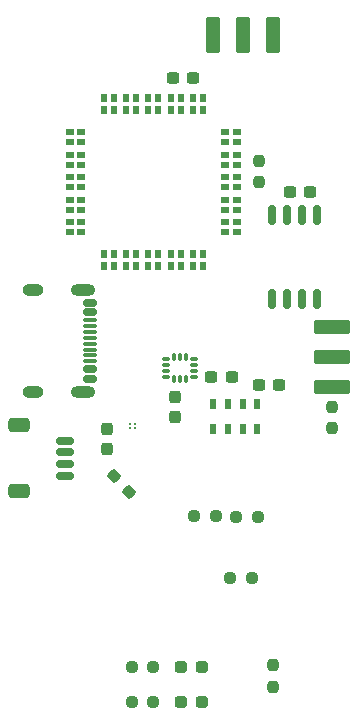
<source format=gbr>
%TF.GenerationSoftware,KiCad,Pcbnew,9.0.4*%
%TF.CreationDate,2025-09-04T21:18:34-05:00*%
%TF.ProjectId,Flight Computer,466c6967-6874-4204-936f-6d7075746572,rev?*%
%TF.SameCoordinates,Original*%
%TF.FileFunction,Paste,Top*%
%TF.FilePolarity,Positive*%
%FSLAX46Y46*%
G04 Gerber Fmt 4.6, Leading zero omitted, Abs format (unit mm)*
G04 Created by KiCad (PCBNEW 9.0.4) date 2025-09-04 21:18:34*
%MOMM*%
%LPD*%
G01*
G04 APERTURE LIST*
G04 Aperture macros list*
%AMRoundRect*
0 Rectangle with rounded corners*
0 $1 Rounding radius*
0 $2 $3 $4 $5 $6 $7 $8 $9 X,Y pos of 4 corners*
0 Add a 4 corners polygon primitive as box body*
4,1,4,$2,$3,$4,$5,$6,$7,$8,$9,$2,$3,0*
0 Add four circle primitives for the rounded corners*
1,1,$1+$1,$2,$3*
1,1,$1+$1,$4,$5*
1,1,$1+$1,$6,$7*
1,1,$1+$1,$8,$9*
0 Add four rect primitives between the rounded corners*
20,1,$1+$1,$2,$3,$4,$5,0*
20,1,$1+$1,$4,$5,$6,$7,0*
20,1,$1+$1,$6,$7,$8,$9,0*
20,1,$1+$1,$8,$9,$2,$3,0*%
G04 Aperture macros list end*
%ADD10RoundRect,0.237500X-0.250000X-0.237500X0.250000X-0.237500X0.250000X0.237500X-0.250000X0.237500X0*%
%ADD11RoundRect,0.237500X0.237500X-0.250000X0.237500X0.250000X-0.237500X0.250000X-0.237500X-0.250000X0*%
%ADD12RoundRect,0.237500X-0.287500X-0.237500X0.287500X-0.237500X0.287500X0.237500X-0.287500X0.237500X0*%
%ADD13RoundRect,0.237500X-0.237500X0.300000X-0.237500X-0.300000X0.237500X-0.300000X0.237500X0.300000X0*%
%ADD14RoundRect,0.237500X-0.237500X0.250000X-0.237500X-0.250000X0.237500X-0.250000X0.237500X0.250000X0*%
%ADD15RoundRect,0.237500X-0.300000X-0.237500X0.300000X-0.237500X0.300000X0.237500X-0.300000X0.237500X0*%
%ADD16C,0.250000*%
%ADD17R,0.580000X0.720000*%
%ADD18R,0.720000X0.580000*%
%ADD19RoundRect,0.150000X-0.625000X0.150000X-0.625000X-0.150000X0.625000X-0.150000X0.625000X0.150000X0*%
%ADD20RoundRect,0.250000X-0.650000X0.350000X-0.650000X-0.350000X0.650000X-0.350000X0.650000X0.350000X0*%
%ADD21RoundRect,0.150000X-0.425000X0.150000X-0.425000X-0.150000X0.425000X-0.150000X0.425000X0.150000X0*%
%ADD22RoundRect,0.075000X-0.500000X0.075000X-0.500000X-0.075000X0.500000X-0.075000X0.500000X0.075000X0*%
%ADD23O,2.100000X1.000000*%
%ADD24O,1.800000X1.000000*%
%ADD25RoundRect,0.162500X0.162500X-0.650000X0.162500X0.650000X-0.162500X0.650000X-0.162500X-0.650000X0*%
%ADD26RoundRect,0.087500X-0.225000X-0.087500X0.225000X-0.087500X0.225000X0.087500X-0.225000X0.087500X0*%
%ADD27RoundRect,0.087500X-0.087500X-0.225000X0.087500X-0.225000X0.087500X0.225000X-0.087500X0.225000X0*%
%ADD28RoundRect,0.237500X0.344715X-0.008839X-0.008839X0.344715X-0.344715X0.008839X0.008839X-0.344715X0*%
%ADD29RoundRect,0.187500X-0.437500X-1.312500X0.437500X-1.312500X0.437500X1.312500X-0.437500X1.312500X0*%
%ADD30R,0.550000X0.950000*%
%ADD31RoundRect,0.237500X0.250000X0.237500X-0.250000X0.237500X-0.250000X-0.237500X0.250000X-0.237500X0*%
%ADD32RoundRect,0.187500X1.312500X-0.437500X1.312500X0.437500X-1.312500X0.437500X-1.312500X-0.437500X0*%
G04 APERTURE END LIST*
D10*
%TO.C,R711*%
X113887500Y-95090000D03*
X115712500Y-95090000D03*
%TD*%
D11*
%TO.C,R301*%
X125550000Y-87635000D03*
X125550000Y-85810000D03*
%TD*%
D12*
%TO.C,D201*%
X112767500Y-110810000D03*
X114517500Y-110810000D03*
%TD*%
D13*
%TO.C,C402*%
X112220000Y-84957499D03*
X112220000Y-86682501D03*
%TD*%
D14*
%TO.C,R706*%
X120560000Y-107700000D03*
X120560000Y-109525000D03*
%TD*%
D15*
%TO.C,C301*%
X121957500Y-67640000D03*
X123682500Y-67640000D03*
%TD*%
D16*
%TO.C,U401*%
X108490000Y-87240000D03*
X108890000Y-87240000D03*
X108490000Y-87640000D03*
X108890000Y-87640000D03*
%TD*%
D10*
%TO.C,R202*%
X108602500Y-107860000D03*
X110427500Y-107860000D03*
%TD*%
D17*
%TO.C,U404*%
X113805000Y-59679999D03*
X111905000Y-59679999D03*
X110855000Y-59679999D03*
X110005000Y-59679999D03*
X108955000Y-59679999D03*
X107055000Y-59679999D03*
X114655000Y-59680000D03*
X112755000Y-59680000D03*
X108105000Y-59680000D03*
X106205000Y-59680000D03*
X114655000Y-60680000D03*
X113805000Y-60680000D03*
X112755000Y-60680000D03*
X111905000Y-60680000D03*
X110855000Y-60680000D03*
X110005000Y-60680000D03*
X108955000Y-60680000D03*
X108105000Y-60680000D03*
X107055000Y-60680000D03*
X106205000Y-60680000D03*
D18*
X117530000Y-62555000D03*
X116530000Y-62555000D03*
X104330000Y-62555000D03*
X103330000Y-62555000D03*
X117530001Y-63405000D03*
X116530000Y-63405000D03*
X104330000Y-63405000D03*
X103329999Y-63405000D03*
X117530000Y-64455000D03*
X116530000Y-64455000D03*
X104330000Y-64455000D03*
X103330000Y-64455000D03*
X117530001Y-65305000D03*
X116530000Y-65305000D03*
X104330000Y-65305000D03*
X103329999Y-65305000D03*
X117530001Y-66355000D03*
X116530000Y-66355000D03*
X104330000Y-66355000D03*
X103329999Y-66355000D03*
X117530001Y-67205000D03*
X116530000Y-67205000D03*
X104330000Y-67205000D03*
X103329999Y-67205000D03*
X117530001Y-68255000D03*
X116530000Y-68255000D03*
X104330000Y-68255000D03*
X103329999Y-68255000D03*
X117530000Y-69105000D03*
X116530000Y-69105000D03*
X104330000Y-69105000D03*
X103330000Y-69105000D03*
X117530001Y-70155000D03*
X116530000Y-70155000D03*
X104330000Y-70155000D03*
X103329999Y-70155000D03*
X117530000Y-71005000D03*
X116530000Y-71005000D03*
X104330000Y-71005000D03*
X103330000Y-71005000D03*
D17*
X114655000Y-72880000D03*
X113805000Y-72880000D03*
X112755000Y-72880000D03*
X111905000Y-72880000D03*
X110855000Y-72880000D03*
X110005000Y-72880000D03*
X108955000Y-72880000D03*
X108105000Y-72880000D03*
X107055000Y-72880000D03*
X106205000Y-72880000D03*
X114655000Y-73880000D03*
X112755000Y-73880000D03*
X108105000Y-73880000D03*
X106205000Y-73880000D03*
X113805000Y-73880001D03*
X111905000Y-73880001D03*
X110855000Y-73880001D03*
X110005000Y-73880001D03*
X108955000Y-73880001D03*
X107055000Y-73880001D03*
%TD*%
D10*
%TO.C,R713*%
X117447500Y-95099880D03*
X119272500Y-95099880D03*
%TD*%
D19*
%TO.C,J505*%
X102940000Y-88660000D03*
X102940000Y-89660000D03*
X102940000Y-90660000D03*
X102940000Y-91660000D03*
D20*
X99065000Y-87360000D03*
X99065000Y-92960000D03*
%TD*%
D21*
%TO.C,J502*%
X105030000Y-77010000D03*
X105030000Y-77810000D03*
D22*
X105029999Y-78960000D03*
X105030000Y-79960000D03*
X105030000Y-80460000D03*
X105029999Y-81460000D03*
D21*
X105030000Y-82610000D03*
X105030000Y-83410000D03*
X105030000Y-83410000D03*
X105030000Y-82610000D03*
D22*
X105030000Y-81960000D03*
X105030000Y-80960000D03*
X105030000Y-79460000D03*
X105030000Y-78460000D03*
D21*
X105030000Y-77810000D03*
X105030000Y-77010000D03*
D23*
X104455000Y-75890000D03*
D24*
X100275000Y-75890000D03*
D23*
X104455000Y-84530000D03*
D24*
X100275000Y-84530000D03*
%TD*%
D15*
%TO.C,C404*%
X119367499Y-83940000D03*
X121092501Y-83940000D03*
%TD*%
D25*
%TO.C,U301*%
X120435000Y-76717500D03*
X121705000Y-76717500D03*
X122975000Y-76717500D03*
X124245000Y-76717500D03*
X124245000Y-69542500D03*
X122975000Y-69542500D03*
X121705000Y-69542500D03*
X120435000Y-69542500D03*
%TD*%
D26*
%TO.C,U402*%
X111507500Y-81750000D03*
X111507500Y-82250000D03*
X111507500Y-82750000D03*
X111507500Y-83250000D03*
D27*
X112170000Y-83412500D03*
X112670000Y-83412500D03*
X113170000Y-83412500D03*
D26*
X113832500Y-83250000D03*
X113832500Y-82750000D03*
X113832500Y-82250000D03*
X113832500Y-81750000D03*
D27*
X113170000Y-81587500D03*
X112670000Y-81587500D03*
X112170000Y-81587500D03*
%TD*%
D15*
%TO.C,C401*%
X115327500Y-83270000D03*
X117052500Y-83270000D03*
%TD*%
D28*
%TO.C,R304*%
X108345235Y-92985235D03*
X107054765Y-91694765D03*
%TD*%
D29*
%TO.C,J506*%
X115470000Y-54350000D03*
X118010000Y-54350000D03*
X120550000Y-54350000D03*
%TD*%
D10*
%TO.C,R201*%
X108585000Y-110810000D03*
X110410000Y-110810000D03*
%TD*%
D30*
%TO.C,U403*%
X119230000Y-85540001D03*
X117980000Y-85540001D03*
X116730000Y-85540001D03*
X115480000Y-85540001D03*
X115480000Y-87690001D03*
X116730000Y-87690001D03*
X117980000Y-87690001D03*
X119230000Y-87690001D03*
%TD*%
D15*
%TO.C,C405*%
X112095000Y-58000000D03*
X113820000Y-58000000D03*
%TD*%
D31*
%TO.C,R710*%
X118782500Y-100290000D03*
X116957500Y-100290000D03*
%TD*%
D12*
%TO.C,D202*%
X112800000Y-107860000D03*
X114550000Y-107860000D03*
%TD*%
D14*
%TO.C,R402*%
X119390000Y-64955000D03*
X119390000Y-66780000D03*
%TD*%
D13*
%TO.C,C403*%
X106480000Y-87680000D03*
X106480000Y-89405002D03*
%TD*%
D32*
%TO.C,J501*%
X125560000Y-79040001D03*
X125560000Y-81580000D03*
X125560000Y-84120000D03*
%TD*%
M02*

</source>
